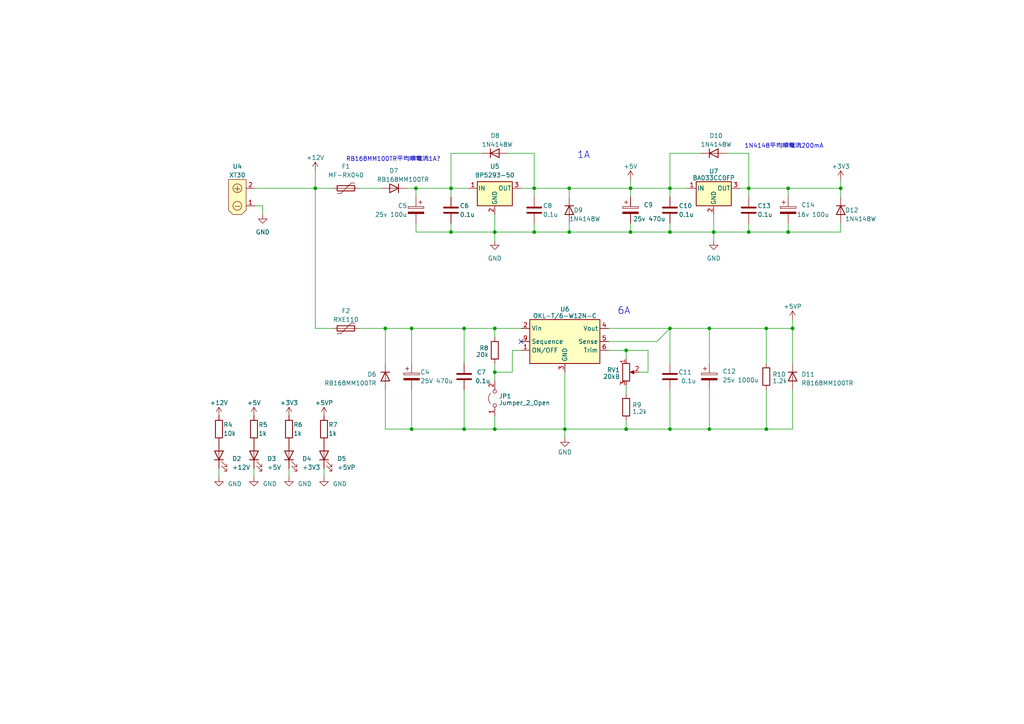
<source format=kicad_sch>
(kicad_sch (version 20250114) (generator "eeschema") (generator_version "9.0")
  (paper "A4")
  (lib_symbols
    (symbol "Device:C" (pin_numbers (hide yes)) (pin_names (offset 0.254))
      (property "Reference" "C" (at 0.635 2.54 0))
      (property "Value" "C" (at 0.635 -2.54 0))
      (symbol "C_0_1"
        (polyline (pts (xy -2.032 0.762) (xy 2.032 0.762)) (stroke (width 0.508)))
        (polyline (pts (xy -2.032 -0.762) (xy 2.032 -0.762)) (stroke (width 0.508)))
      )
      (symbol "C_1_1"
        (pin passive line (at 0 3.81 270) (length 2.794) (name "~") (number "1"))
        (pin passive line (at 0 -3.81 90) (length 2.794) (name "~") (number "2"))
      )
    )
    (symbol "Device:C_Polarized" (pin_numbers (hide yes)) (pin_names (offset 0.254))
      (property "Reference" "C" (at 0.635 2.54 0))
      (property "Value" "C_Polarized" (at 0.635 -2.54 0))
      (symbol "C_Polarized_0_1"
        (rectangle (start -2.286 0.508) (end 2.286 1.016))
        (polyline (pts (xy -1.778 2.286) (xy -0.762 2.286)))
        (polyline (pts (xy -1.27 2.794) (xy -1.27 1.778)))
        (rectangle (start 2.286 -0.508) (end -2.286 -1.016) (fill (type outline)))
      )
      (symbol "C_Polarized_1_1"
        (pin passive line (at 0 3.81 270) (length 2.794) (name "~") (number "1"))
        (pin passive line (at 0 -3.81 90) (length 2.794) (name "~") (number "2"))
      )
    )
    (symbol "Device:D" (pin_numbers (hide yes)) (pin_names (offset 1.016) (hide yes))
      (property "Reference" "D" (at 0 2.54 0))
      (property "Value" "D" (at 0 -2.54 0))
      (symbol "D_0_1"
        (polyline (pts (xy -1.27 1.27) (xy -1.27 -1.27)) (stroke (width 0.254)))
        (polyline (pts (xy 1.27 1.27) (xy 1.27 -1.27) (xy -1.27 0) (xy 1.27 1.27)) (stroke (width 0.254)))
        (polyline (pts (xy 1.27 0) (xy -1.27 0)))
      )
      (symbol "D_1_1"
        (pin passive line (at -3.81 0 0) (length 2.54) (name "K") (number "1"))
        (pin passive line (at 3.81 0 180) (length 2.54) (name "A") (number "2"))
      )
    )
    (symbol "Device:LED" (pin_numbers (hide yes)) (pin_names (offset 1.016) (hide yes))
      (property "Reference" "D" (at 0 2.54 0))
      (property "Value" "LED" (at 0 -2.54 0))
      (symbol "LED_0_1"
        (polyline (pts (xy -3.048 -0.762) (xy -4.572 -2.286) (xy -3.81 -2.286) (xy -4.572 -2.286) (xy -4.572 -1.524)))
        (polyline (pts (xy -1.778 -0.762) (xy -3.302 -2.286) (xy -2.54 -2.286) (xy -3.302 -2.286) (xy -3.302 -1.524)))
        (polyline (pts (xy -1.27 0) (xy 1.27 0)))
        (polyline (pts (xy -1.27 -1.27) (xy -1.27 1.27)) (stroke (width 0.254)))
        (polyline (pts (xy 1.27 -1.27) (xy 1.27 1.27) (xy -1.27 0) (xy 1.27 -1.27)) (stroke (width 0.254)))
      )
      (symbol "LED_1_1"
        (pin passive line (at -3.81 0 0) (length 2.54) (name "K") (number "1"))
        (pin passive line (at 3.81 0 180) (length 2.54) (name "A") (number "2"))
      )
    )
    (symbol "Device:Polyfuse" (pin_numbers (hide yes)) (pin_names (offset 0))
      (property "Reference" "F" (at -2.54 0 90))
      (property "Value" "Polyfuse" (at 2.54 0 90))
      (symbol "Polyfuse_0_1"
        (polyline (pts (xy -1.524 2.54) (xy -1.524 1.524) (xy 1.524 -1.524) (xy 1.524 -2.54)))
        (rectangle (start -0.762 2.54) (end 0.762 -2.54) (stroke (width 0.254)))
        (polyline (pts (xy 0 2.54) (xy 0 -2.54)))
      )
      (symbol "Polyfuse_1_1"
        (pin passive line (at 0 3.81 270) (length 1.27) (name "~") (number "1"))
        (pin passive line (at 0 -3.81 90) (length 1.27) (name "~") (number "2"))
      )
    )
    (symbol "Device:R" (pin_numbers (hide yes)) (pin_names (offset 0))
      (property "Reference" "R" (at 2.032 0 90))
      (property "Value" "R" (at 0 0 90))
      (symbol "R_0_1"
        (rectangle (start -1.016 -2.54) (end 1.016 2.54) (stroke (width 0.254)))
      )
      (symbol "R_1_1"
        (pin passive line (at 0 3.81 270) (length 1.27) (name "~") (number "1"))
        (pin passive line (at 0 -3.81 90) (length 1.27) (name "~") (number "2"))
      )
    )
    (symbol "Device:R_Potentiometer" (pin_names (offset 1.016) (hide yes))
      (property "Reference" "RV" (at -4.445 0 90))
      (property "Value" "R_Potentiometer" (at -2.54 0 90))
      (symbol "R_Potentiometer_0_1"
        (rectangle (start 1.016 2.54) (end -1.016 -2.54) (stroke (width 0.254)))
        (polyline (pts (xy 1.143 0) (xy 2.286 0.508) (xy 2.286 -0.508) (xy 1.143 0)) (fill (type outline)))
        (polyline (pts (xy 2.54 0) (xy 1.524 0)))
      )
      (symbol "R_Potentiometer_1_1"
        (pin passive line (at 0 3.81 270) (length 1.27) (name "1") (number "1"))
        (pin passive line (at 0 -3.81 90) (length 1.27) (name "3") (number "3"))
        (pin passive line (at 3.81 0 180) (length 1.27) (name "2") (number "2"))
      )
    )
    (symbol "Jumper:Jumper_2_Open" (pin_names (offset 0) (hide yes))
      (property "Reference" "JP" (at 0 2.794 0))
      (property "Value" "Jumper_2_Open" (at 0 -2.286 0))
      (symbol "Jumper_2_Open_0_0"
        (circle (center -2.032 0) (radius 0.508))
        (circle (center 2.032 0) (radius 0.508))
      )
      (symbol "Jumper_2_Open_0_1"
        (arc (start -1.524 1.27) (mid 0 1.778) (end 1.524 1.27))
      )
      (symbol "Jumper_2_Open_1_1"
        (pin passive line (at -5.08 0 0) (length 2.54) (name "A") (number "1"))
        (pin passive line (at 5.08 0 180) (length 2.54) (name "B") (number "2"))
      )
    )
    (symbol "MyLib:OKL-T-xx"
      (property "Reference" "U" (at 0 10.16 0))
      (property "Value" "OKL-T-xx" (at 0 7.62 0))
      (symbol "OKL-T-xx_0_1"
        (rectangle (start -10.16 6.35) (end 10.16 -6.35) (stroke (width 0.254)) (fill (type background)))
      )
      (symbol "OKL-T-xx_1_1"
        (pin power_in line (at -12.7 3.81 0) (length 2.54) (name "Vin") (number "2"))
        (pin input line (at -12.7 0 0) (length 2.54) (name "Sequence") (number "9"))
        (pin input line (at -12.7 -2.54 0) (length 2.54) (name "ON/OFF") (number "1"))
        (pin power_in line (at 0 -8.89 90) (length 2.54) (name "GND") (number "3"))
        (pin passive line (at 0 -8.89 90) (length 2.54) (hide yes) (name "GND") (number "7"))
        (pin power_out line (at 12.7 3.81 180) (length 2.54) (name "Vout") (number "4"))
        (pin passive line (at 12.7 0 180) (length 2.54) (name "Sense") (number "5"))
        (pin passive line (at 12.7 -2.54 180) (length 2.54) (name "Trim") (number "6"))
      )
    )
    (symbol "MyLib:XT60-M"
      (property "Reference" "U" (at 0 8.89 0))
      (property "Value" "XT60" (at 0 6.35 0))
      (symbol "XT60-M_0_1"
        (circle (center 0 2.54) (radius 1.27))
        (circle (center 0 -2.54) (radius 1.27))
        (polyline (pts (xy 0 -5.08) (xy 1.27 -5.08) (xy 2.54 -3.81) (xy 2.54 5.08) (xy -2.54 5.08) (xy -2.54 -3.81) (xy -1.27 -5.08) (xy 0 -5.08)) (fill (type background)))
        (text "+" (at 0 2.54 0) (effects (font (size 2 2))))
        (text "-" (at 0 -2.54 0) (effects (font (size 2 2))))
      )
      (symbol "XT60-M_1_1"
        (pin power_out line (at 5.08 2.54 180) (length 2.54) (name "") (number "2"))
        (pin power_out line (at 5.08 -2.54 180) (length 2.54) (name "") (number "1"))
      )
    )
    (symbol "Regulator_Linear:L7805" (pin_names (offset 0.254))
      (property "Reference" "U" (at -3.81 3.175 0))
      (property "Value" "L7805" (at 0 3.175 0))
      (symbol "L7805_0_1"
        (rectangle (start -5.08 1.905) (end 5.08 -5.08) (stroke (width 0.254)) (fill (type background)))
      )
      (symbol "L7805_1_1"
        (pin power_in line (at -7.62 0 0) (length 2.54) (name "IN") (number "1"))
        (pin power_in line (at 0 -7.62 90) (length 2.54) (name "GND") (number "2"))
        (pin power_out line (at 7.62 0 180) (length 2.54) (name "OUT") (number "3"))
      )
    )
    (symbol "power:+12V" (power) (pin_numbers (hide yes)) (pin_names (offset 0) (hide yes))
      (property "Value" "+12V" (at 0 3.556 0))
      (symbol "+12V_0_1"
        (polyline (pts (xy -0.762 1.27) (xy 0 2.54)))
        (polyline (pts (xy 0 2.54) (xy 0.762 1.27)))
        (polyline (pts (xy 0 0) (xy 0 2.54)))
      )
      (symbol "+12V_1_1"
        (pin power_in line (at 0 0 90) (length 0) (name "~") (number "1"))
      )
    )
    (symbol "power:+3V3" (power) (pin_numbers (hide yes)) (pin_names (offset 0) (hide yes))
      (property "Value" "+3V3" (at 0 3.556 0))
      (symbol "+3V3_0_1"
        (polyline (pts (xy -0.762 1.27) (xy 0 2.54)))
        (polyline (pts (xy 0 2.54) (xy 0.762 1.27)))
        (polyline (pts (xy 0 0) (xy 0 2.54)))
      )
      (symbol "+3V3_1_1"
        (pin power_in line (at 0 0 90) (length 0) (name "~") (number "1"))
      )
    )
    (symbol "power:+5V" (power) (pin_numbers (hide yes)) (pin_names (offset 0) (hide yes))
      (property "Value" "+5V" (at 0 3.556 0))
      (symbol "+5V_0_1"
        (polyline (pts (xy -0.762 1.27) (xy 0 2.54)))
        (polyline (pts (xy 0 2.54) (xy 0.762 1.27)))
        (polyline (pts (xy 0 0) (xy 0 2.54)))
      )
      (symbol "+5V_1_1"
        (pin power_in line (at 0 0 90) (length 0) (name "~") (number "1"))
      )
    )
    (symbol "power:+5VP" (power) (pin_names (offset 0))
      (property "Value" "+5VP" (at 0 3.556 0))
      (symbol "+5VP_0_1"
        (polyline (pts (xy -0.762 1.27) (xy 0 2.54)))
        (polyline (pts (xy 0 2.54) (xy 0.762 1.27)))
        (polyline (pts (xy 0 0) (xy 0 2.54)))
      )
      (symbol "+5VP_1_1"
        (pin power_in line (at 0 0 90) (length 0) (hide yes) (name "+5VP") (number "1"))
      )
    )
    (symbol "power:GND" (power) (pin_numbers (hide yes)) (pin_names (offset 0) (hide yes))
      (property "Value" "GND" (at 0 -3.81 0))
      (symbol "GND_0_1"
        (polyline (pts (xy 0 0) (xy 0 -1.27) (xy 1.27 -1.27) (xy 0 -2.54) (xy -1.27 -1.27) (xy 0 -1.27)))
      )
      (symbol "GND_1_1"
        (pin power_in line (at 0 0 270) (length 0) (name "~") (number "1"))
      )
    )
  )
  (text "RB168MM100TR平均順電流1A?" (at 100.33 46.99 0) (effects (font (size 1.25 1.25)) (justify left bottom)))
  (text "1N4148平均順電流200mA" (at 215.9 43.18 0) (effects (font (size 1.25 1.25)) (justify left bottom)))
  (text "6A" (at 179.07 91.44 0) (effects (font (size 2 2)) (justify left bottom)))
  (text "1A" (at 167.386 46.228 0) (effects (font (size 2 2)) (justify left bottom)))
  (junction (at 165.1 54.61))
  (junction (at 207.01 67.31))
  (junction (at 165.1 67.31))
  (junction (at 228.6 67.31))
  (junction (at 163.83 124.46))
  (junction (at 134.62 124.46))
  (junction (at 119.38 95.25))
  (junction (at 229.87 95.25))
  (junction (at 205.74 95.25))
  (junction (at 181.61 124.46))
  (junction (at 194.31 124.46))
  (junction (at 217.17 54.61))
  (junction (at 143.51 107.95))
  (junction (at 205.74 124.46))
  (junction (at 119.38 124.46))
  (junction (at 243.84 54.61))
  (junction (at 143.51 124.46))
  (junction (at 143.51 67.31))
  (junction (at 134.62 95.25))
  (junction (at 182.88 54.61))
  (junction (at 181.61 101.6))
  (junction (at 120.65 54.61))
  (junction (at 111.76 95.25))
  (junction (at 182.88 67.31))
  (junction (at 154.94 67.31))
  (junction (at 130.81 67.31))
  (junction (at 194.31 54.61))
  (junction (at 194.31 67.31))
  (junction (at 222.25 124.46))
  (junction (at 130.81 54.61))
  (junction (at 228.6 54.61))
  (junction (at 143.51 95.25))
  (junction (at 91.44 54.61))
  (junction (at 194.31 95.25))
  (junction (at 222.25 95.25))
  (junction (at 154.94 54.61))
  (junction (at 217.17 67.31))
  (no_connect (at 151.13 99.06))
  (wire (pts (xy 130.81 57.15) (xy 130.81 54.61)))
  (wire (pts (xy 119.38 95.25) (xy 134.62 95.25)))
  (wire (pts (xy 111.76 95.25) (xy 111.76 105.41)))
  (wire (pts (xy 185.42 107.95) (xy 187.96 107.95)))
  (wire (pts (xy 73.66 135.89) (xy 73.66 138.43)))
  (wire (pts (xy 143.51 67.31) (xy 154.94 67.31)))
  (wire (pts (xy 148.59 101.6) (xy 151.13 101.6)))
  (wire (pts (xy 194.31 67.31) (xy 207.01 67.31)))
  (wire (pts (xy 134.62 113.03) (xy 134.62 124.46)))
  (wire (pts (xy 143.51 105.41) (xy 143.51 107.95)))
  (wire (pts (xy 243.84 52.07) (xy 243.84 54.61)))
  (wire (pts (xy 187.96 107.95) (xy 187.96 101.6)))
  (wire (pts (xy 76.2 59.69) (xy 73.914 59.69)))
  (wire (pts (xy 91.44 95.25) (xy 96.52 95.25)))
  (wire (pts (xy 205.74 95.25) (xy 222.25 95.25)))
  (wire (pts (xy 91.44 95.25) (xy 91.44 54.61)))
  (wire (pts (xy 111.76 113.03) (xy 111.76 124.46)))
  (wire (pts (xy 130.81 67.31) (xy 143.51 67.31)))
  (wire (pts (xy 217.17 67.31) (xy 217.17 64.77)))
  (wire (pts (xy 147.32 44.45) (xy 154.94 44.45)))
  (wire (pts (xy 190.5 99.06) (xy 194.31 95.25)))
  (wire (pts (xy 229.87 95.25) (xy 229.87 105.41)))
  (wire (pts (xy 163.83 124.46) (xy 181.61 124.46)))
  (wire (pts (xy 134.62 95.25) (xy 134.62 105.41)))
  (wire (pts (xy 104.14 95.25) (xy 111.76 95.25)))
  (wire (pts (xy 120.65 67.31) (xy 130.81 67.31)))
  (wire (pts (xy 243.84 64.77) (xy 243.84 67.31)))
  (wire (pts (xy 229.87 92.71) (xy 229.87 95.25)))
  (wire (pts (xy 76.2 62.23) (xy 76.2 59.69)))
  (wire (pts (xy 229.87 124.46) (xy 222.25 124.46)))
  (wire (pts (xy 181.61 111.76) (xy 181.61 114.3)))
  (wire (pts (xy 120.65 64.77) (xy 120.65 67.31)))
  (wire (pts (xy 228.6 67.31) (xy 243.84 67.31)))
  (wire (pts (xy 143.51 62.23) (xy 143.51 67.31)))
  (wire (pts (xy 143.51 124.46) (xy 163.83 124.46)))
  (wire (pts (xy 205.74 113.03) (xy 205.74 124.46)))
  (wire (pts (xy 130.81 44.45) (xy 130.81 54.61)))
  (wire (pts (xy 151.13 54.61) (xy 154.94 54.61)))
  (wire (pts (xy 207.01 67.31) (xy 207.01 69.85)))
  (wire (pts (xy 182.88 52.07) (xy 182.88 54.61)))
  (wire (pts (xy 228.6 54.61) (xy 228.6 57.15)))
  (wire (pts (xy 163.83 124.46) (xy 163.83 127)))
  (wire (pts (xy 214.63 54.61) (xy 217.17 54.61)))
  (wire (pts (xy 194.31 64.77) (xy 194.31 67.31)))
  (wire (pts (xy 111.76 95.25) (xy 119.38 95.25)))
  (wire (pts (xy 205.74 124.46) (xy 194.31 124.46)))
  (wire (pts (xy 182.88 67.31) (xy 194.31 67.31)))
  (wire (pts (xy 229.87 113.03) (xy 229.87 124.46)))
  (wire (pts (xy 143.51 107.95) (xy 148.59 107.95)))
  (wire (pts (xy 154.94 67.31) (xy 154.94 64.77)))
  (wire (pts (xy 154.94 57.15) (xy 154.94 54.61)))
  (wire (pts (xy 176.53 99.06) (xy 190.5 99.06)))
  (wire (pts (xy 104.14 54.61) (xy 110.49 54.61)))
  (wire (pts (xy 243.84 57.15) (xy 243.84 54.61)))
  (wire (pts (xy 120.65 54.61) (xy 130.81 54.61)))
  (wire (pts (xy 139.7 44.45) (xy 130.81 44.45)))
  (wire (pts (xy 119.38 124.46) (xy 134.62 124.46)))
  (wire (pts (xy 217.17 54.61) (xy 228.6 54.61)))
  (wire (pts (xy 217.17 67.31) (xy 228.6 67.31)))
  (wire (pts (xy 119.38 113.03) (xy 119.38 124.46)))
  (wire (pts (xy 143.51 107.95) (xy 143.51 110.49)))
  (wire (pts (xy 63.5 135.89) (xy 63.5 138.43)))
  (wire (pts (xy 194.31 57.15) (xy 194.31 54.61)))
  (wire (pts (xy 93.98 135.89) (xy 93.98 138.43)))
  (wire (pts (xy 165.1 54.61) (xy 182.88 54.61)))
  (wire (pts (xy 194.31 105.41) (xy 194.31 95.25)))
  (wire (pts (xy 205.74 95.25) (xy 205.74 105.41)))
  (wire (pts (xy 73.914 54.61) (xy 91.44 54.61)))
  (wire (pts (xy 182.88 54.61) (xy 194.31 54.61)))
  (wire (pts (xy 181.61 124.46) (xy 194.31 124.46)))
  (wire (pts (xy 194.31 124.46) (xy 194.31 113.03)))
  (wire (pts (xy 165.1 64.77) (xy 165.1 67.31)))
  (wire (pts (xy 91.44 54.61) (xy 96.52 54.61)))
  (wire (pts (xy 134.62 95.25) (xy 143.51 95.25)))
  (wire (pts (xy 143.51 95.25) (xy 151.13 95.25)))
  (wire (pts (xy 210.82 44.45) (xy 217.17 44.45)))
  (wire (pts (xy 222.25 95.25) (xy 222.25 105.41)))
  (wire (pts (xy 222.25 95.25) (xy 229.87 95.25)))
  (wire (pts (xy 118.11 54.61) (xy 120.65 54.61)))
  (wire (pts (xy 217.17 44.45) (xy 217.17 54.61)))
  (wire (pts (xy 207.01 62.23) (xy 207.01 67.31)))
  (wire (pts (xy 165.1 67.31) (xy 182.88 67.31)))
  (wire (pts (xy 143.51 120.65) (xy 143.51 124.46)))
  (wire (pts (xy 143.51 97.79) (xy 143.51 95.25)))
  (wire (pts (xy 119.38 105.41) (xy 119.38 95.25)))
  (wire (pts (xy 143.51 67.31) (xy 143.51 69.85)))
  (wire (pts (xy 207.01 67.31) (xy 217.17 67.31)))
  (wire (pts (xy 130.81 64.77) (xy 130.81 67.31)))
  (wire (pts (xy 91.44 49.53) (xy 91.44 54.61)))
  (wire (pts (xy 181.61 101.6) (xy 176.53 101.6)))
  (wire (pts (xy 222.25 113.03) (xy 222.25 124.46)))
  (wire (pts (xy 120.65 54.61) (xy 120.65 57.15)))
  (wire (pts (xy 134.62 124.46) (xy 143.51 124.46)))
  (wire (pts (xy 154.94 44.45) (xy 154.94 54.61)))
  (wire (pts (xy 165.1 57.15) (xy 165.1 54.61)))
  (wire (pts (xy 165.1 54.61) (xy 154.94 54.61)))
  (wire (pts (xy 228.6 64.77) (xy 228.6 67.31)))
  (wire (pts (xy 163.83 107.95) (xy 163.83 124.46)))
  (wire (pts (xy 181.61 101.6) (xy 181.61 104.14)))
  (wire (pts (xy 148.59 107.95) (xy 148.59 101.6)))
  (wire (pts (xy 83.82 135.89) (xy 83.82 138.43)))
  (wire (pts (xy 130.81 54.61) (xy 135.89 54.61)))
  (wire (pts (xy 222.25 124.46) (xy 205.74 124.46)))
  (wire (pts (xy 194.31 44.45) (xy 194.31 54.61)))
  (wire (pts (xy 182.88 64.77) (xy 182.88 67.31)))
  (wire (pts (xy 194.31 54.61) (xy 199.39 54.61)))
  (wire (pts (xy 187.96 101.6) (xy 181.61 101.6)))
  (wire (pts (xy 181.61 124.46) (xy 181.61 121.92)))
  (wire (pts (xy 111.76 124.46) (xy 119.38 124.46)))
  (wire (pts (xy 228.6 54.61) (xy 243.84 54.61)))
  (wire (pts (xy 182.88 54.61) (xy 182.88 57.15)))
  (wire (pts (xy 203.2 44.45) (xy 194.31 44.45)))
  (wire (pts (xy 154.94 67.31) (xy 165.1 67.31)))
  (wire (pts (xy 217.17 57.15) (xy 217.17 54.61)))
  (wire (pts (xy 194.31 95.25) (xy 205.74 95.25)))
  (wire (pts (xy 176.53 95.25) (xy 194.31 95.25)))
  (symbol (lib_id "Device:C_Polarized") (at 120.65 60.96 0) (mirror y) (unit 1)
    (property "Reference" "C5" (at 118.11 59.69 0) (effects (justify left)))
    (property "Value" "25v 100u" (at 118.11 62.23 0) (effects (justify left)))
    (property "Footprint" "Capacitor_THT:CP_Radial_D5.0mm_P2.00mm" (effects (hide yes)))
  )
  (symbol (lib_id "power:GND") (at 73.66 138.43 0) (unit 1)
    (property "Reference" "#PWR029" (effects (hide yes)))
    (property "Value" "GND" (at 76.2 140.335 0) (effects (justify left)))
  )
  (symbol (lib_id "Device:D") (at 143.51 44.45 0) (unit 1)
    (property "Reference" "D8" (at 142.24 39.37 0) (effects (justify left)))
    (property "Value" "1N4148W" (at 139.7 41.91 0) (effects (justify left)))
    (property "Footprint" "MyLib:D_SOD-123_HandSolder" (effects (hide yes)))
    (property "Sim.Device" "D" (effects (hide yes)))
    (property "Sim.Pins" "1=K 2=A" (effects (hide yes)))
  )
  (symbol (lib_id "Device:D") (at 243.84 60.96 270) (unit 1)
    (property "Reference" "D12" (at 245.11 60.96 90) (effects (justify left)))
    (property "Value" "1N4148W" (at 245.11 63.5 90) (effects (justify left)))
    (property "Footprint" "MyLib:D_SOD-123_HandSolder" (effects (hide yes)))
    (property "Sim.Device" "D" (effects (hide yes)))
    (property "Sim.Pins" "1=K 2=A" (effects (hide yes)))
  )
  (symbol (lib_id "MyLib:OKL-T-xx") (at 163.83 99.06 0) (unit 1)
    (property "Reference" "U6" (at 163.83 89.7001 0))
    (property "Value" "OKL-T/6-W12N-C" (at 163.83 91.6211 0))
    (property "Footprint" "MyLib:DCDC_OKL-T-xx" (effects (hide yes)))
  )
  (symbol (lib_id "power:+3V3") (at 243.84 52.07 0) (unit 1)
    (property "Reference" "#PWR041" (effects (hide yes)))
    (property "Value" "+3V3" (at 243.84 48.26 0))
  )
  (symbol (lib_id "MyLib:XT60-M") (at 68.834 57.15 0) (unit 1)
    (property "Reference" "U4" (at 68.834 48.26 0))
    (property "Value" "XT30" (at 68.834 50.8 0))
    (property "Footprint" "Connector_AMASS:AMASS_XT30PW-M_1x02_P2.50mm_Horizontal" (effects (hide yes)))
  )
  (symbol (lib_id "Device:R") (at 181.61 118.11 0) (unit 1)
    (property "Reference" "R9" (at 183.388 117.4663 0) (effects (justify left)))
    (property "Value" "1.2k" (at 183.388 119.3873 0) (effects (justify left)))
    (property "Footprint" "Resistor_SMD:R_0603_1608Metric_Pad0.98x0.95mm_HandSolder" (effects (hide yes)))
  )
  (symbol (lib_id "Device:C") (at 194.31 109.22 0) (mirror y) (unit 1)
    (property "Reference" "C11" (at 200.66 107.95 0) (effects (justify left)))
    (property "Value" "0.1u" (at 201.93 110.49 0) (effects (justify left)))
    (property "Footprint" "Capacitor_SMD:C_0603_1608Metric_Pad1.08x0.95mm_HandSolder" (effects (hide yes)))
  )
  (symbol (lib_id "Device:D") (at 114.3 54.61 180) (unit 1)
    (property "Reference" "D7" (at 115.57 49.53 0) (effects (justify left)))
    (property "Value" "RB168MM100TR" (at 124.46 52.07 0) (effects (justify left)))
    (property "Footprint" "MyLib:D_SOD-123_HandSolder" (effects (hide yes)))
    (property "Sim.Device" "D" (effects (hide yes)))
    (property "Sim.Pins" "1=K 2=A" (effects (hide yes)))
  )
  (symbol (lib_id "Device:C_Polarized") (at 228.6 60.96 0) (unit 1)
    (property "Reference" "C14" (at 232.41 59.436 0) (effects (justify left)))
    (property "Value" "16v 100u" (at 231.14 62.23 0) (effects (justify left)))
    (property "Footprint" "Capacitor_THT:CP_Radial_D5.0mm_P2.00mm" (effects (hide yes)))
  )
  (symbol (lib_id "Device:R_Potentiometer") (at 181.61 107.95 0) (unit 1)
    (property "Reference" "RV1" (at 179.8321 107.3063 0) (effects (justify right)))
    (property "Value" "20kB" (at 179.8321 109.2273 0) (effects (justify right)))
    (property "Footprint" "MyLib:Valuable_Resistor_TSR-3296W" (effects (hide yes)))
  )
  (symbol (lib_id "Device:R") (at 73.66 124.46 0) (unit 1)
    (property "Reference" "R5" (at 74.93 123.19 0) (effects (justify left)))
    (property "Value" "1k" (at 74.93 125.73 0) (effects (justify left)))
    (property "Footprint" "Resistor_SMD:R_0603_1608Metric_Pad0.98x0.95mm_HandSolder" (effects (hide yes)))
  )
  (symbol (lib_id "power:+5V") (at 182.88 52.07 0) (unit 1)
    (property "Reference" "#PWR038" (effects (hide yes)))
    (property "Value" "+5V" (at 182.88 48.26 0))
  )
  (symbol (lib_id "Jumper:Jumper_2_Open") (at 143.51 115.57 90) (unit 1)
    (property "Reference" "JP1" (at 144.653 114.9263 90) (effects (justify right)))
    (property "Value" "Jumper_2_Open" (at 144.653 116.8473 90) (effects (justify right)))
    (property "Footprint" "Jumper:SolderJumper-2_P1.3mm_Open_TrianglePad1.0x1.5mm" (effects (hide yes)))
  )
  (symbol (lib_id "Device:LED") (at 63.5 132.08 90) (unit 1)
    (property "Reference" "D2" (at 67.31 133.0325 90) (effects (justify right)))
    (property "Value" "+12V" (at 67.31 135.5725 90) (effects (justify right)))
    (property "Footprint" "LED_SMD:LED_0603_1608Metric_Pad1.05x0.95mm_HandSolder" (effects (hide yes)))
  )
  (symbol (lib_id "power:+3V3") (at 83.82 120.65 0) (unit 1)
    (property "Reference" "#PWR031" (effects (hide yes)))
    (property "Value" "+3V3" (at 83.82 116.84 0))
  )
  (symbol (lib_id "Device:R") (at 63.5 124.46 0) (unit 1)
    (property "Reference" "R4" (at 64.77 123.19 0) (effects (justify left)))
    (property "Value" "10k" (at 64.77 125.73 0) (effects (justify left)))
    (property "Footprint" "Resistor_SMD:R_0603_1608Metric_Pad0.98x0.95mm_HandSolder" (effects (hide yes)))
  )
  (symbol (lib_id "Device:Polyfuse") (at 100.33 54.61 90) (unit 1)
    (property "Reference" "F1" (at 100.33 48.26 90))
    (property "Value" "MF-RX040" (at 100.33 50.8 90))
    (property "Footprint" "Capacitor_THT:C_Disc_D10.0mm_W2.5mm_P5.00mm" (effects (hide yes)))
  )
  (symbol (lib_id "Device:LED") (at 83.82 132.08 90) (unit 1)
    (property "Reference" "D4" (at 87.63 133.0325 90) (effects (justify right)))
    (property "Value" "+3V3" (at 87.63 135.5725 90) (effects (justify right)))
    (property "Footprint" "LED_SMD:LED_0603_1608Metric_Pad1.05x0.95mm_HandSolder" (effects (hide yes)))
  )
  (symbol (lib_id "Device:D") (at 165.1 60.96 270) (unit 1)
    (property "Reference" "D9" (at 166.37 60.96 90) (effects (justify left)))
    (property "Value" "1N4148W" (at 165.1 63.5 90) (effects (justify left)))
    (property "Footprint" "MyLib:D_SOD-123_HandSolder" (effects (hide yes)))
    (property "Sim.Device" "D" (effects (hide yes)))
    (property "Sim.Pins" "1=K 2=A" (effects (hide yes)))
  )
  (symbol (lib_id "power:GND") (at 143.51 69.85 0) (unit 1)
    (property "Reference" "#PWR036" (effects (hide yes)))
    (property "Value" "GND" (at 143.51 74.93 0))
  )
  (symbol (lib_id "power:+12V") (at 91.44 49.53 0) (unit 1)
    (property "Reference" "#PWR033" (effects (hide yes)))
    (property "Value" "+12V" (at 91.44 45.72 0))
  )
  (symbol (lib_id "power:GND") (at 163.83 127 0) (mirror y) (unit 1)
    (property "Reference" "#PWR037" (effects (hide yes)))
    (property "Value" "GND" (at 163.83 131.1355 0))
  )
  (symbol (lib_id "Device:C") (at 154.94 60.96 0) (unit 1)
    (property "Reference" "C8" (at 157.48 59.69 0) (effects (justify left)))
    (property "Value" "0.1u" (at 157.48 62.23 0) (effects (justify left)))
    (property "Footprint" "Capacitor_SMD:C_0603_1608Metric_Pad1.08x0.95mm_HandSolder" (effects (hide yes)))
  )
  (symbol (lib_id "Device:C") (at 194.31 60.96 0) (unit 1)
    (property "Reference" "C10" (at 196.85 59.69 0) (effects (justify left)))
    (property "Value" "0.1u" (at 196.85 62.23 0) (effects (justify left)))
    (property "Footprint" "Capacitor_SMD:C_0603_1608Metric_Pad1.08x0.95mm_HandSolder" (effects (hide yes)))
  )
  (symbol (lib_id "Device:C_Polarized") (at 205.74 109.22 0) (unit 1)
    (property "Reference" "C12" (at 209.55 107.696 0) (effects (justify left)))
    (property "Value" "25v 1000u" (at 209.55 110.236 0) (effects (justify left)))
    (property "Footprint" "Capacitor_THT:CP_Radial_D12.5mm_P5.00mm" (effects (hide yes)))
  )
  (symbol (lib_id "Device:D") (at 111.76 109.22 90) (mirror x) (unit 1)
    (property "Reference" "D6" (at 109.22 108.585 90) (effects (justify left)))
    (property "Value" "RB168MM100TR" (at 109.22 111.125 90) (effects (justify left)))
    (property "Footprint" "MyLib:D_SOD-123_HandSolder" (effects (hide yes)))
    (property "Sim.Device" "D" (effects (hide yes)))
    (property "Sim.Pins" "1=K 2=A" (effects (hide yes)))
  )
  (symbol (lib_id "Device:R") (at 83.82 124.46 0) (unit 1)
    (property "Reference" "R6" (at 85.09 123.19 0) (effects (justify left)))
    (property "Value" "1k" (at 85.09 125.73 0) (effects (justify left)))
    (property "Footprint" "Resistor_SMD:R_0603_1608Metric_Pad0.98x0.95mm_HandSolder" (effects (hide yes)))
  )
  (symbol (lib_id "power:GND") (at 63.5 138.43 0) (unit 1)
    (property "Reference" "#PWR027" (effects (hide yes)))
    (property "Value" "GND" (at 66.04 140.335 0) (effects (justify left)))
  )
  (symbol (lib_id "Regulator_Linear:L7805") (at 143.51 54.61 0) (unit 1)
    (property "Reference" "U5" (at 143.51 48.26 0))
    (property "Value" "BP5293-50" (at 143.51 50.8 0))
    (property "Footprint" "MyLib:BP5293-xx_horizontal" (effects (hide yes)))
    (property "Datasheet" "http://www.st.com/content/ccc/resource/technical/document/datasheet/41/4f/b3/b0/12/d4/47/88/CD00000444.pdf/files/CD00000444.pdf/jcr:content/translations/en.CD00000444.pdf" (effects (hide yes)))
  )
  (symbol (lib_id "Device:D") (at 207.01 44.45 0) (unit 1)
    (property "Reference" "D10" (at 205.74 39.37 0) (effects (justify left)))
    (property "Value" "1N4148W" (at 203.2 41.91 0) (effects (justify left)))
    (property "Footprint" "MyLib:D_SOD-123_HandSolder" (effects (hide yes)))
    (property "Sim.Device" "D" (effects (hide yes)))
    (property "Sim.Pins" "1=K 2=A" (effects (hide yes)))
  )
  (symbol (lib_id "power:+5VP") (at 93.98 120.65 0) (unit 1)
    (property "Reference" "#PWR034" (effects (hide yes)))
    (property "Value" "+5VP" (at 93.98 116.84 0))
  )
  (symbol (lib_id "power:GND") (at 207.01 69.85 0) (unit 1)
    (property "Reference" "#PWR039" (effects (hide yes)))
    (property "Value" "GND" (at 207.01 74.93 0))
  )
  (symbol (lib_id "Device:LED") (at 73.66 132.08 90) (unit 1)
    (property "Reference" "D3" (at 77.47 133.0325 90) (effects (justify right)))
    (property "Value" "+5V" (at 77.47 135.5725 90) (effects (justify right)))
    (property "Footprint" "LED_SMD:LED_0603_1608Metric_Pad1.05x0.95mm_HandSolder" (effects (hide yes)))
  )
  (symbol (lib_id "power:GND") (at 83.82 138.43 0) (unit 1)
    (property "Reference" "#PWR032" (effects (hide yes)))
    (property "Value" "GND" (at 86.36 140.335 0) (effects (justify left)))
  )
  (symbol (lib_id "Device:R") (at 222.25 109.22 0) (unit 1)
    (property "Reference" "R10" (at 224.028 108.5763 0) (effects (justify left)))
    (property "Value" "1.2k" (at 224.028 110.4973 0) (effects (justify left)))
    (property "Footprint" "Resistor_THT:R_Axial_DIN0207_L6.3mm_D2.5mm_P7.62mm_Horizontal" (effects (hide yes)))
  )
  (symbol (lib_id "Device:LED") (at 93.98 132.08 90) (unit 1)
    (property "Reference" "D5" (at 97.79 133.0325 90) (effects (justify right)))
    (property "Value" "+5VP" (at 97.79 135.5725 90) (effects (justify right)))
    (property "Footprint" "LED_SMD:LED_0603_1608Metric_Pad1.05x0.95mm_HandSolder" (effects (hide yes)))
  )
  (symbol (lib_id "power:+5VP") (at 229.87 92.71 0) (unit 1)
    (property "Reference" "#PWR040" (effects (hide yes)))
    (property "Value" "+5VP" (at 229.87 88.9 0))
  )
  (symbol (lib_id "Device:C") (at 134.62 109.22 0) (mirror y) (unit 1)
    (property "Reference" "C7" (at 140.97 107.95 0) (effects (justify left)))
    (property "Value" "0.1u" (at 142.24 110.49 0) (effects (justify left)))
    (property "Footprint" "Capacitor_SMD:C_0603_1608Metric_Pad1.08x0.95mm_HandSolder" (effects (hide yes)))
  )
  (symbol (lib_id "Device:C_Polarized") (at 182.88 60.96 0) (unit 1)
    (property "Reference" "C9" (at 186.69 59.436 0) (effects (justify left)))
    (property "Value" "25v 470u" (at 183.642 63.5 0) (effects (justify left)))
    (property "Footprint" "Capacitor_THT:CP_Radial_D8.0mm_P3.50mm" (effects (hide yes)))
  )
  (symbol (lib_id "Device:R") (at 93.98 124.46 0) (unit 1)
    (property "Reference" "R7" (at 95.25 123.19 0) (effects (justify left)))
    (property "Value" "1k" (at 95.25 125.73 0) (effects (justify left)))
    (property "Footprint" "Resistor_SMD:R_0603_1608Metric_Pad0.98x0.95mm_HandSolder" (effects (hide yes)))
  )
  (symbol (lib_id "Device:C") (at 217.17 60.96 0) (unit 1)
    (property "Reference" "C13" (at 219.71 59.69 0) (effects (justify left)))
    (property "Value" "0.1u" (at 219.71 62.23 0) (effects (justify left)))
    (property "Footprint" "Capacitor_SMD:C_0603_1608Metric_Pad1.08x0.95mm_HandSolder" (effects (hide yes)))
  )
  (symbol (lib_id "power:+5V") (at 73.66 120.65 0) (unit 1)
    (property "Reference" "#PWR028" (effects (hide yes)))
    (property "Value" "+5V" (at 73.66 116.84 0))
  )
  (symbol (lib_id "power:+12V") (at 63.5 120.65 0) (unit 1)
    (property "Reference" "#PWR026" (effects (hide yes)))
    (property "Value" "+12V" (at 63.5 116.84 0))
  )
  (symbol (lib_id "Device:C_Polarized") (at 119.38 109.22 0) (unit 1)
    (property "Reference" "C4" (at 121.92 107.95 0) (effects (justify left)))
    (property "Value" "25V 470u" (at 121.92 110.49 0) (effects (justify left)))
    (property "Footprint" "Capacitor_THT:CP_Radial_D8.0mm_P3.50mm" (effects (hide yes)))
  )
  (symbol (lib_id "Regulator_Linear:L7805") (at 207.01 54.61 0) (unit 1)
    (property "Reference" "U7" (at 207.01 49.6951 0))
    (property "Value" "BA033CC0FP" (at 207.01 51.6161 0))
    (property "Footprint" "Package_TO_SOT_SMD:TO-252-2" (effects (hide yes)))
    (property "Datasheet" "http://www.st.com/content/ccc/resource/technical/document/datasheet/41/4f/b3/b0/12/d4/47/88/CD00000444.pdf/files/CD00000444.pdf/jcr:content/translations/en.CD00000444.pdf" (effects (hide yes)))
  )
  (symbol (lib_id "power:GND") (at 93.98 138.43 0) (unit 1)
    (property "Reference" "#PWR035" (effects (hide yes)))
    (property "Value" "GND" (at 96.52 140.335 0) (effects (justify left)))
  )
  (symbol (lib_id "power:GND") (at 76.2 62.23 0) (unit 1)
    (property "Reference" "#PWR030" (effects (hide yes)))
    (property "Value" "GND" (at 76.2 67.31 0))
  )
  (symbol (lib_id "Device:R") (at 143.51 101.6 0) (mirror y) (unit 1)
    (property "Reference" "R8" (at 141.732 100.9563 0) (effects (justify left)))
    (property "Value" "20k" (at 141.732 102.8773 0) (effects (justify left)))
    (property "Footprint" "Resistor_SMD:R_0603_1608Metric_Pad0.98x0.95mm_HandSolder" (effects (hide yes)))
  )
  (symbol (lib_id "Device:C") (at 130.81 60.96 0) (unit 1)
    (property "Reference" "C6" (at 133.35 59.69 0) (effects (justify left)))
    (property "Value" "0.1u" (at 133.35 62.23 0) (effects (justify left)))
    (property "Footprint" "Capacitor_SMD:C_0603_1608Metric_Pad1.08x0.95mm_HandSolder" (effects (hide yes)))
  )
  (symbol (lib_id "Device:Polyfuse") (at 100.33 95.25 90) (unit 1)
    (property "Reference" "F2" (at 100.33 90.17 90))
    (property "Value" "RXE110" (at 100.33 92.71 90))
    (property "Footprint" "Capacitor_THT:C_Disc_D10.0mm_W2.5mm_P5.00mm" (effects (hide yes)))
  )
  (symbol (lib_id "Device:D") (at 229.87 109.22 270) (unit 1)
    (property "Reference" "D11" (at 232.41 108.585 90) (effects (justify left)))
    (property "Value" "RB168MM100TR" (at 232.41 111.125 90) (effects (justify left)))
    (property "Footprint" "MyLib:D_SOD-123_HandSolder" (effects (hide yes)))
    (property "Sim.Device" "D" (effects (hide yes)))
    (property "Sim.Pins" "1=K 2=A" (effects (hide yes)))
  )
)
</source>
